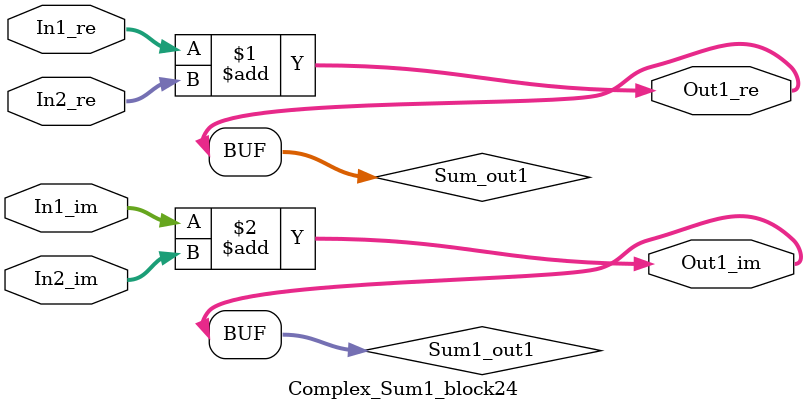
<source format=v>



`timescale 1 ns / 1 ns

module Complex_Sum1_block24
          (In1_re,
           In1_im,
           In2_re,
           In2_im,
           Out1_re,
           Out1_im);


  input   signed [36:0] In1_re;  // sfix37_En22
  input   signed [36:0] In1_im;  // sfix37_En22
  input   signed [36:0] In2_re;  // sfix37_En22
  input   signed [36:0] In2_im;  // sfix37_En22
  output  signed [36:0] Out1_re;  // sfix37_En22
  output  signed [36:0] Out1_im;  // sfix37_En22


  wire signed [36:0] Sum_out1;  // sfix37_En22
  wire signed [36:0] Sum1_out1;  // sfix37_En22


  assign Sum_out1 = In1_re + In2_re;



  assign Out1_re = Sum_out1;

  assign Sum1_out1 = In1_im + In2_im;



  assign Out1_im = Sum1_out1;

endmodule  // Complex_Sum1_block24


</source>
